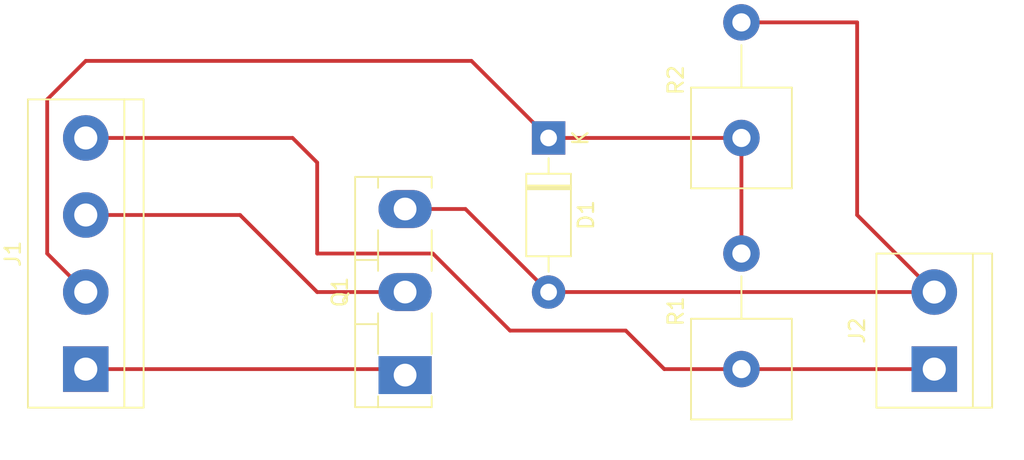
<source format=kicad_pcb>
(kicad_pcb (version 20211014) (generator pcbnew)
  (layers (0 "F.Cu" signal) (31 "B.Cu" signal) (34 "B.Paste" user) (35 "F.Paste" user) (36 "B.SilkS" user "B.Silkscreen") (37 "F.SilkS" user "F.Silkscreen") (38 "B.Mask" user) (39 "F.Mask" user) (44 "Edge.Cuts" user))
  (net 0 "")
  (net 1 "Net-(D1-Pad1)")
  (net 2 "Net-(D1-Pad2)")
  (net 3 "Net-(J1-Pad1)")
  (net 4 "Net-(J1-Pad3)")
  (net 5 "Net-(J1-Pad4)")
  (footprint "TerminalBlock:TerminalBlock_bornier-4_P5.08mm" (layer "F.Cu") (at 106.68 116.84 90)
    (fp_text reference "J1" (at 7.6 -4.8 90) (layer "F.SilkS"))
    (fp_text value "Screw_Terminal_01x04")
    (fp_line (start -2.54 -3.81) (end 17.78 -3.81) (layer "F.SilkS") (width 0.12))
    (fp_line (start -2.54 3.81) (end 17.78 3.81) (layer "F.SilkS") (width 0.12))
    (fp_line (start -2.54 -3.81) (end -2.54 3.81) (layer "F.SilkS") (width 0.12))
    (fp_line (start 17.78 3.81) (end 17.78 -3.81) (layer "F.SilkS") (width 0.12))
    (fp_line (start 17.78 2.54) (end -2.54 2.54) (layer "F.SilkS") (width 0.12))
    (pad "1" thru_hole rect (at 0 0 90) (size 3 3) (drill 1.52) (layers *.Cu *.Mask) (net 3 "Net-(J1-Pad1)"))
    (pad "2" thru_hole circle (at 5.08 0 90) (size 3 3) (drill 1.52) (layers *.Cu *.Mask) (net 1 "Net-(D1-Pad1)"))
    (pad "3" thru_hole circle (at 10.16 0 90) (size 3 3) (drill 1.52) (layers *.Cu *.Mask) (net 4 "Net-(J1-Pad3)"))
    (pad "4" thru_hole circle (at 15.24 0 90) (size 3 3) (drill 1.52) (layers *.Cu *.Mask) (net 5 "Net-(J1-Pad4)"))
  )
  (footprint "Package_TO_SOT_THT:TO-218-3_Vertical" (layer "F.Cu") (at 127.71 117.235 90)
    (fp_text reference "Q1" (at 5.475 -4.29 90) (layer "F.SilkS"))
    (fp_text value "TIP3055")
    (fp_line (start 12.35 -1.78) (end 13.065 -1.78) (layer "F.SilkS") (width 0.12))
    (fp_line (start 12.35 1.75) (end 13.065 1.75) (layer "F.SilkS") (width 0.12))
    (fp_line (start -2.115 -3.29) (end 13.065 -3.29) (layer "F.SilkS") (width 0.12))
    (fp_line (start 1.4 -1.78) (end 4.075 -1.78) (layer "F.SilkS") (width 0.12))
    (fp_line (start 1.4 1.75) (end 4.075 1.75) (layer "F.SilkS") (width 0.12))
    (fp_line (start -2.115 -1.78) (end -1.4 -1.78) (layer "F.SilkS") (width 0.12))
    (fp_line (start -2.115 1.75) (end -1.4 1.75) (layer "F.SilkS") (width 0.12))
    (fp_line (start 7.59 -3.29) (end 7.59 -1.78) (layer "F.SilkS") (width 0.12))
    (fp_line (start 6.875 1.75) (end 9.55 1.75) (layer "F.SilkS") (width 0.12))
    (fp_line (start 13.065 -3.29) (end 13.065 1.75) (layer "F.SilkS") (width 0.12))
    (fp_line (start -2.115 -3.29) (end -2.115 1.75) (layer "F.SilkS") (width 0.12))
    (fp_line (start 3.36 -3.29) (end 3.36 -1.78) (layer "F.SilkS") (width 0.12))
    (fp_line (start 6.875 -1.78) (end 9.55 -1.78) (layer "F.SilkS") (width 0.12))
    (pad "1" thru_hole rect (at 0 0 90) (size 2.5 3.5) (drill 1.5) (layers *.Cu *.Mask) (net 3 "Net-(J1-Pad1)"))
    (pad "2" thru_hole oval (at 5.475 0 90) (size 2.5 3.5) (drill 1.5) (layers *.Cu *.Mask) (net 4 "Net-(J1-Pad3)"))
    (pad "3" thru_hole oval (at 10.95 0 90) (size 2.5 3.5) (drill 1.5) (layers *.Cu *.Mask) (net 2 "Net-(D1-Pad2)"))
  )
  (footprint "Resistor_THT:R_Axial_Power_L20.0mm_W6.4mm_P7.62mm_Vertical" (layer "F.Cu") (at 149.86 101.6 90)
    (fp_text reference "R2" (at 3.81 -4.32 90) (layer "F.SilkS"))
    (fp_text value "R")
    (fp_line (start -3.32 -3.32) (end -3.32 3.32) (layer "F.SilkS") (width 0.12))
    (fp_line (start 3.32 0) (end 6.12 0) (layer "F.SilkS") (width 0.12))
    (fp_line (start -3.32 3.32) (end 3.32 3.32) (layer "F.SilkS") (width 0.12))
    (fp_line (start 3.32 -3.32) (end -3.32 -3.32) (layer "F.SilkS") (width 0.12))
    (fp_line (start 3.32 3.32) (end 3.32 -3.32) (layer "F.SilkS") (width 0.12))
    (pad "1" thru_hole circle (at 0 0 90) (size 2.4 2.4) (drill 1.2) (layers *.Cu *.Mask) (net 1 "Net-(D1-Pad1)"))
    (pad "2" thru_hole oval (at 7.62 0 90) (size 2.4 2.4) (drill 1.2) (layers *.Cu *.Mask) (net 2 "Net-(D1-Pad2)"))
  )
  (footprint "Diode_THT:D_DO-41_SOD81_P10.16mm_Horizontal" (layer "F.Cu") (at 137.16 101.6 -90)
    (fp_text reference "D1" (at 5.08 -2.47 90) (layer "F.SilkS"))
    (fp_text value "1N4001")
    (fp_text user "K" (at 0 -2.1 90) (layer "F.SilkS"))
    (fp_line (start 2.36 1.47) (end 7.8 1.47) (layer "F.SilkS") (width 0.12))
    (fp_line (start 3.26 -1.47) (end 3.26 1.47) (layer "F.SilkS") (width 0.12))
    (fp_line (start 7.8 1.47) (end 7.8 -1.47) (layer "F.SilkS") (width 0.12))
    (fp_line (start 7.8 -1.47) (end 2.36 -1.47) (layer "F.SilkS") (width 0.12))
    (fp_line (start 3.38 -1.47) (end 3.38 1.47) (layer "F.SilkS") (width 0.12))
    (fp_line (start 1.34 0) (end 2.36 0) (layer "F.SilkS") (width 0.12))
    (fp_line (start 3.14 -1.47) (end 3.14 1.47) (layer "F.SilkS") (width 0.12))
    (fp_line (start 2.36 -1.47) (end 2.36 1.47) (layer "F.SilkS") (width 0.12))
    (fp_line (start 8.82 0) (end 7.8 0) (layer "F.SilkS") (width 0.12))
    (pad "1" thru_hole rect (at 0 0 270) (size 2.2 2.2) (drill 1.1) (layers *.Cu *.Mask) (net 1 "Net-(D1-Pad1)"))
    (pad "2" thru_hole oval (at 10.16 0 270) (size 2.2 2.2) (drill 1.1) (layers *.Cu *.Mask) (net 2 "Net-(D1-Pad2)"))
  )
  (footprint "TerminalBlock:TerminalBlock_bornier-2_P5.08mm" (layer "F.Cu") (at 162.56 116.84 90)
    (fp_text reference "J2" (at 2.54 -5.08 90) (layer "F.SilkS"))
    (fp_text value "Screw_Terminal_01x02")
    (fp_line (start 7.62 -3.81) (end -2.54 -3.81) (layer "F.SilkS") (width 0.12))
    (fp_line (start -2.54 3.81) (end 7.62 3.81) (layer "F.SilkS") (width 0.12))
    (fp_line (start 7.62 3.81) (end 7.62 -3.81) (layer "F.SilkS") (width 0.12))
    (fp_line (start 7.62 2.54) (end -2.54 2.54) (layer "F.SilkS") (width 0.12))
    (fp_line (start -2.54 -3.81) (end -2.54 3.81) (layer "F.SilkS") (width 0.12))
    (pad "1" thru_hole rect (at 0 0 90) (size 3 3) (drill 1.52) (layers *.Cu *.Mask) (net 5 "Net-(J1-Pad4)"))
    (pad "2" thru_hole circle (at 5.08 0 90) (size 3 3) (drill 1.52) (layers *.Cu *.Mask) (net 2 "Net-(D1-Pad2)"))
  )
  (footprint "Resistor_THT:R_Axial_Power_L20.0mm_W6.4mm_P7.62mm_Vertical" (layer "F.Cu") (at 149.86 116.84 90)
    (fp_text reference "R1" (at 3.81 -4.32 90) (layer "F.SilkS"))
    (fp_text value "R")
    (fp_line (start 3.32 3.32) (end 3.32 -3.32) (layer "F.SilkS") (width 0.12))
    (fp_line (start -3.32 3.32) (end 3.32 3.32) (layer "F.SilkS") (width 0.12))
    (fp_line (start 3.32 -3.32) (end -3.32 -3.32) (layer "F.SilkS") (width 0.12))
    (fp_line (start 3.32 0) (end 6.12 0) (layer "F.SilkS") (width 0.12))
    (fp_line (start -3.32 -3.32) (end -3.32 3.32) (layer "F.SilkS") (width 0.12))
    (pad "1" thru_hole circle (at 0 0 90) (size 2.4 2.4) (drill 1.2) (layers *.Cu *.Mask) (net 5 "Net-(J1-Pad4)"))
    (pad "2" thru_hole oval (at 7.62 0 90) (size 2.4 2.4) (drill 1.2) (layers *.Cu *.Mask) (net 1 "Net-(D1-Pad1)"))
  )
  (segment (start 149.86 109.22) (end 149.86 101.6) (width 0.25) (layer "F.Cu") (net 1))
  (segment (start 104.14 99.06) (end 106.68 96.52) (width 0.25) (layer "F.Cu") (net 1))
  (segment (start 132.08 96.52) (end 137.16 101.6) (width 0.25) (layer "F.Cu") (net 1))
  (segment (start 137.16 101.6) (end 149.86 101.6) (width 0.25) (layer "F.Cu") (net 1))
  (segment (start 104.14 109.22) (end 104.14 99.06) (width 0.25) (layer "F.Cu") (net 1))
  (segment (start 106.68 111.76) (end 104.14 109.22) (width 0.25) (layer "F.Cu") (net 1))
  (segment (start 106.68 96.52) (end 132.08 96.52) (width 0.25) (layer "F.Cu") (net 1))
  (segment (start 137.16 111.76) (end 162.56 111.76) (width 0.25) (layer "F.Cu") (net 2))
  (segment (start 157.48 93.98) (end 149.86 93.98) (width 0.25) (layer "F.Cu") (net 2))
  (segment (start 127.71 106.285) (end 131.685 106.285) (width 0.25) (layer "F.Cu") (net 2))
  (segment (start 131.685 106.285) (end 137.16 111.76) (width 0.25) (layer "F.Cu") (net 2))
  (segment (start 157.48 106.68) (end 157.48 93.98) (width 0.25) (layer "F.Cu") (net 2))
  (segment (start 162.56 111.76) (end 157.48 106.68) (width 0.25) (layer "F.Cu") (net 2))
  (segment (start 127.315 116.84) (end 127.71 117.235) (width 0.25) (layer "F.Cu") (net 3))
  (segment (start 106.68 116.84) (end 127.315 116.84) (width 0.25) (layer "F.Cu") (net 3))
  (segment (start 116.84 106.68) (end 121.92 111.76) (width 0.25) (layer "F.Cu") (net 4))
  (segment (start 121.92 111.76) (end 127.71 111.76) (width 0.25) (layer "F.Cu") (net 4))
  (segment (start 106.68 106.68) (end 116.84 106.68) (width 0.25) (layer "F.Cu") (net 4))
  (segment (start 144.78 116.84) (end 149.86 116.84) (width 0.25) (layer "F.Cu") (net 5))
  (segment (start 134.62 114.3) (end 142.24 114.3) (width 0.25) (layer "F.Cu") (net 5))
  (segment (start 121.92 103.221707) (end 121.92 109.22) (width 0.25) (layer "F.Cu") (net 5))
  (segment (start 106.68 101.6) (end 120.298293 101.6) (width 0.25) (layer "F.Cu") (net 5))
  (segment (start 129.54 109.22) (end 134.62 114.3) (width 0.25) (layer "F.Cu") (net 5))
  (segment (start 142.24 114.3) (end 144.78 116.84) (width 0.25) (layer "F.Cu") (net 5))
  (segment (start 120.298293 101.6) (end 121.92 103.221707) (width 0.25) (layer "F.Cu") (net 5))
  (segment (start 121.92 109.22) (end 129.54 109.22) (width 0.25) (layer "F.Cu") (net 5))
  (segment (start 149.86 116.84) (end 162.56 116.84) (width 0.25) (layer "F.Cu") (net 5))
)
</source>
